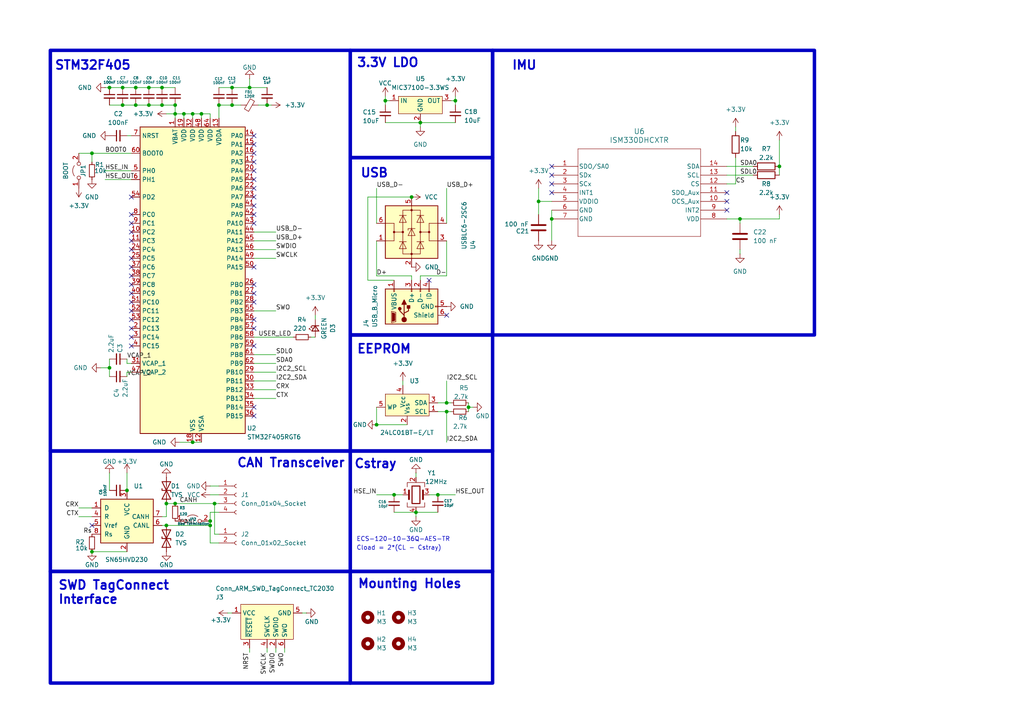
<source format=kicad_sch>
(kicad_sch (version 20231120) (generator "eeschema") (generator_version "8.0")
  (paper "A4")
  (lib_symbols
    (symbol "Connector:Conn_01x02_Socket" (pin_names (offset 1.016) hide)
      (property "Reference" "J" (at 0 2.54 0))
      (property "Value" "Conn_01x02_Socket" (at 0 -5.08 0))
      (symbol "Conn_01x02_Socket_1_1"
        (pin passive line (at -5.08 0 0) (length 3.81) (name "Pin_1") (number "1"))
        (pin passive line (at -5.08 -2.54 0) (length 3.81) (name "Pin_2") (number "2"))
      )
    )
    (symbol "Connector:Conn_01x04_Socket" (pin_names (offset 1.016) hide)
      (property "Reference" "J" (at 0 5.08 0))
      (property "Value" "Conn_01x04_Socket" (at 0 -7.62 0))
      (symbol "Conn_01x04_Socket_1_1"
        (pin passive line (at -5.08 2.54 0) (length 3.81) (name "Pin_1") (number "1"))
        (pin passive line (at -5.08 0 0) (length 3.81) (name "Pin_2") (number "2"))
        (pin passive line (at -5.08 -2.54 0) (length 3.81) (name "Pin_3") (number "3"))
        (pin passive line (at -5.08 -5.08 0) (length 3.81) (name "Pin_4") (number "4"))
      )
    )
    (symbol "Connector:Conn_ARM_SWD_TagConnect_TC2030" (in_bom no)
      (property "Reference" "J" (at 2.54 11.43 0))
      (property "Value" "Conn_ARM_SWD_TagConnect_TC2030" (at 5.08 8.89 0))
      (symbol "Conn_ARM_SWD_TagConnect_TC2030_0_0"
        (pin power_in line (at -2.54 10.16 270) (length 2.54) (name "VCC") (number "1"))
        (pin bidirectional line (at 7.62 -2.54 180) (length 2.54) (name "SWDIO") (number "2"))
        (pin open_collector line (at 7.62 5.08 180) (length 2.54) (name "~{RESET}") (number "3"))
        (pin output line (at 7.62 0 180) (length 2.54) (name "SWCLK") (number "4"))
        (pin power_in line (at -2.54 -10.16 90) (length 2.54) (name "GND") (number "5"))
        (pin input line (at 7.62 -5.08 180) (length 2.54) (name "SWO") (number "6"))
      )
    )
    (symbol "Connector:USB_B_Micro" (pin_names (offset 1.016))
      (property "Reference" "J" (at -5.08 11.43 0))
      (property "Value" "USB_B_Micro" (at -5.08 8.89 0))
      (symbol "USB_B_Micro_1_1"
        (pin power_out line (at 7.62 5.08 180) (length 2.54) (name "VBUS") (number "1"))
        (pin bidirectional line (at 7.62 -2.54 180) (length 2.54) (name "D-") (number "2"))
        (pin bidirectional line (at 7.62 0 180) (length 2.54) (name "D+") (number "3"))
        (pin passive line (at 7.62 -5.08 180) (length 2.54) (name "ID") (number "4"))
        (pin power_out line (at 0 -10.16 90) (length 2.54) (name "GND") (number "5"))
        (pin passive line (at -2.54 -10.16 90) (length 2.54) (name "Shield") (number "6"))
      )
    )
    (symbol "Device:C" (pin_numbers hide) (pin_names (offset 0.254))
      (property "Reference" "C" (at 0.635 2.54 0))
      (property "Value" "C" (at 0.635 -2.54 0))
      (symbol "C_1_1"
        (pin passive line (at 0 3.81 270) (length 2.794) (name "~") (number "1"))
        (pin passive line (at 0 -3.81 90) (length 2.794) (name "~") (number "2"))
      )
    )
    (symbol "Device:C_Small" (pin_numbers hide) (pin_names (offset 0.254) hide)
      (property "Reference" "C" (at 0.254 1.778 0))
      (property "Value" "C_Small" (at 0.254 -2.032 0))
      (symbol "C_Small_1_1"
        (pin passive line (at 0 2.54 270) (length 2.032) (name "~") (number "1"))
        (pin passive line (at 0 -2.54 90) (length 2.032) (name "~") (number "2"))
      )
    )
    (symbol "Device:Crystal_GND24" (pin_names (offset 1.016) hide)
      (property "Reference" "Y" (at 3.175 5.08 0))
      (property "Value" "Crystal_GND24" (at 3.175 3.175 0))
      (symbol "Crystal_GND24_1_1"
        (pin passive line (at -3.81 0 0) (length 1.27) (name "1") (number "1"))
        (pin passive line (at 0 5.08 270) (length 1.27) (name "2") (number "2"))
        (pin passive line (at 3.81 0 180) (length 1.27) (name "3") (number "3"))
        (pin passive line (at 0 -5.08 90) (length 1.27) (name "4") (number "4"))
      )
    )
    (symbol "Device:D_TVS" (pin_numbers hide) (pin_names (offset 1.016) hide)
      (property "Reference" "D" (at 0 2.54 0))
      (property "Value" "D_TVS" (at 0 -2.54 0))
      (symbol "D_TVS_1_1"
        (pin passive line (at -3.81 0 0) (length 2.54) (name "A1") (number "1"))
        (pin passive line (at 3.81 0 180) (length 2.54) (name "A2") (number "2"))
      )
    )
    (symbol "Device:FerriteBead_Small" (pin_numbers hide) (pin_names (offset 0))
      (property "Reference" "FB" (at 1.905 1.27 0))
      (property "Value" "FerriteBead_Small" (at 1.905 -1.27 0))
      (symbol "FerriteBead_Small_1_1"
        (pin passive line (at 0 2.54 270) (length 1.27) (name "~") (number "1"))
        (pin passive line (at 0 -2.54 90) (length 1.27) (name "~") (number "2"))
      )
    )
    (symbol "Device:LED_Small" (pin_numbers hide) (pin_names (offset 0.254) hide)
      (property "Reference" "D" (at -1.27 3.175 0))
      (property "Value" "LED_Small" (at -4.445 -2.54 0))
      (symbol "LED_Small_1_1"
        (pin passive line (at -2.54 0 0) (length 1.778) (name "K") (number "1"))
        (pin passive line (at 2.54 0 180) (length 1.778) (name "A") (number "2"))
      )
    )
    (symbol "Device:R" (pin_numbers hide) (pin_names (offset 0))
      (property "Reference" "R" (at 2.032 0 90))
      (property "Value" "R" (at 0 0 90))
      (symbol "R_1_1"
        (pin passive line (at 0 3.81 270) (length 1.27) (name "~") (number "1"))
        (pin passive line (at 0 -3.81 90) (length 1.27) (name "~") (number "2"))
      )
    )
    (symbol "Device:R_Small" (pin_numbers hide) (pin_names (offset 0.254) hide)
      (property "Reference" "R" (at 0.762 0.508 0))
      (property "Value" "R_Small" (at 0.762 -1.016 0))
      (symbol "R_Small_1_1"
        (pin passive line (at 0 2.54 270) (length 0.762) (name "~") (number "1"))
        (pin passive line (at 0 -2.54 90) (length 0.762) (name "~") (number "2"))
      )
    )
    (symbol "Interface_CAN_LIN:SN65HVD230" (pin_names (offset 1.016))
      (property "Reference" "U" (at -2.54 10.16 0))
      (property "Value" "SN65HVD230" (at -2.54 7.62 0))
      (symbol "SN65HVD230_1_1"
        (pin input line (at -10.16 2.54 0) (length 2.54) (name "D") (number "1"))
        (pin power_in line (at 0 -10.16 90) (length 2.54) (name "GND") (number "2"))
        (pin power_in line (at 0 7.62 270) (length 2.54) (name "VCC") (number "3"))
        (pin output line (at -10.16 0 0) (length 2.54) (name "R") (number "4"))
        (pin output line (at -10.16 -2.54 0) (length 2.54) (name "Vref") (number "5"))
        (pin bidirectional line (at 10.16 -2.54 180) (length 2.54) (name "CANL") (number "6"))
        (pin bidirectional line (at 10.16 0 180) (length 2.54) (name "CANH") (number "7"))
        (pin input line (at -10.16 -5.08 0) (length 2.54) (name "Rs") (number "8"))
      )
    )
    (symbol "Jumper:Jumper_2_Open" (pin_names (offset 0) hide)
      (property "Reference" "JP" (at 0 2.794 0))
      (property "Value" "Jumper_2_Open" (at 0 -2.286 0))
      (symbol "Jumper_2_Open_1_1"
        (pin passive line (at -5.08 0 0) (length 2.54) (name "A") (number "1"))
        (pin passive line (at 5.08 0 180) (length 2.54) (name "B") (number "2"))
      )
    )
    (symbol "Library:24LC01BT-x/LT"
      (property "Reference" "U" (at 5.08 1.27 0))
      (property "Value" "24LC01BT-x/LT" (at 10.16 -1.27 0))
      (symbol "24LC01BT-x/LT_1_1"
        (pin input line (at 8.89 -7.62 180) (length 2.54) (name "SCL") (number "1"))
        (pin power_in line (at 0 -11.43 90) (length 2.54) (name "Vss") (number "2"))
        (pin bidirectional line (at 8.89 -5.08 180) (length 2.54) (name "SDA") (number "3"))
        (pin power_in line (at -1.27 0 270) (length 2.54) (name "Vcc") (number "4"))
        (pin input line (at -8.89 -6.35 0) (length 2.54) (name "WP") (number "5"))
      )
    )
    (symbol "Library:MIC37100-3.3WS"
      (property "Reference" "U" (at 0 1.27 0))
      (property "Value" "MIC37100-3.3WS" (at 0 -1.27 0))
      (symbol "MIC37100-3.3WS_1_1"
        (pin power_in line (at -8.89 -3.81 0) (length 2.54) (name "IN") (number "1"))
        (pin power_in line (at 0 -10.16 90) (length 2.54) (name "GND") (number "2"))
        (pin power_out line (at 8.89 -3.81 180) (length 2.54) (name "OUT") (number "3"))
      )
    )
    (symbol "MCU_ST_STM32F4:STM32F405RGTx"
      (property "Reference" "U" (at -15.24 46.99 0))
      (property "Value" "STM32F405RGTx" (at 10.16 46.99 0))
      (symbol "STM32F405RGTx_1_1"
        (pin power_in line (at -5.08 48.26 270) (length 2.54) (name "VBAT") (number "1"))
        (pin bidirectional line (at -17.78 15.24 0) (length 2.54) (name "PC2") (number "10"))
        (pin bidirectional line (at -17.78 12.7 0) (length 2.54) (name "PC3") (number "11"))
        (pin power_in line (at 2.54 -45.72 90) (length 2.54) (name "VSSA") (number "12"))
        (pin power_in line (at 7.62 48.26 270) (length 2.54) (name "VDDA") (number "13"))
        (pin bidirectional line (at 17.78 43.18 180) (length 2.54) (name "PA0") (number "14"))
        (pin bidirectional line (at 17.78 40.64 180) (length 2.54) (name "PA1") (number "15"))
        (pin bidirectional line (at 17.78 38.1 180) (length 2.54) (name "PA2") (number "16"))
        (pin bidirectional line (at 17.78 35.56 180) (length 2.54) (name "PA3") (number "17"))
        (pin power_in line (at 0 -45.72 90) (length 2.54) (name "VSS") (number "18"))
        (pin power_in line (at -2.54 48.26 270) (length 2.54) (name "VDD") (number "19"))
        (pin bidirectional line (at -17.78 -12.7 0) (length 2.54) (name "PC13") (number "2"))
        (pin bidirectional line (at 17.78 33.02 180) (length 2.54) (name "PA4") (number "20"))
        (pin bidirectional line (at 17.78 30.48 180) (length 2.54) (name "PA5") (number "21"))
        (pin bidirectional line (at 17.78 27.94 180) (length 2.54) (name "PA6") (number "22"))
        (pin bidirectional line (at 17.78 25.4 180) (length 2.54) (name "PA7") (number "23"))
        (pin bidirectional line (at -17.78 10.16 0) (length 2.54) (name "PC4") (number "24"))
        (pin bidirectional line (at -17.78 7.62 0) (length 2.54) (name "PC5") (number "25"))
        (pin bidirectional line (at 17.78 0 180) (length 2.54) (name "PB0") (number "26"))
        (pin bidirectional line (at 17.78 -2.54 180) (length 2.54) (name "PB1") (number "27"))
        (pin bidirectional line (at 17.78 -5.08 180) (length 2.54) (name "PB2") (number "28"))
        (pin bidirectional line (at 17.78 -25.4 180) (length 2.54) (name "PB10") (number "29"))
        (pin bidirectional line (at -17.78 -15.24 0) (length 2.54) (name "PC14") (number "3"))
        (pin bidirectional line (at 17.78 -27.94 180) (length 2.54) (name "PB11") (number "30"))
        (pin power_out line (at -17.78 -22.86 0) (length 2.54) (name "VCAP_1") (number "31"))
        (pin power_in line (at 0 48.26 270) (length 2.54) (name "VDD") (number "32"))
        (pin bidirectional line (at 17.78 -30.48 180) (length 2.54) (name "PB12") (number "33"))
        (pin bidirectional line (at 17.78 -33.02 180) (length 2.54) (name "PB13") (number "34"))
        (pin bidirectional line (at 17.78 -35.56 180) (length 2.54) (name "PB14") (number "35"))
        (pin bidirectional line (at 17.78 -38.1 180) (length 2.54) (name "PB15") (number "36"))
        (pin bidirectional line (at -17.78 5.08 0) (length 2.54) (name "PC6") (number "37"))
        (pin bidirectional line (at -17.78 2.54 0) (length 2.54) (name "PC7") (number "38"))
        (pin bidirectional line (at -17.78 0 0) (length 2.54) (name "PC8") (number "39"))
        (pin bidirectional line (at -17.78 -17.78 0) (length 2.54) (name "PC15") (number "4"))
        (pin bidirectional line (at -17.78 -2.54 0) (length 2.54) (name "PC9") (number "40"))
        (pin bidirectional line (at 17.78 22.86 180) (length 2.54) (name "PA8") (number "41"))
        (pin bidirectional line (at 17.78 20.32 180) (length 2.54) (name "PA9") (number "42"))
        (pin bidirectional line (at 17.78 17.78 180) (length 2.54) (name "PA10") (number "43"))
        (pin bidirectional line (at 17.78 15.24 180) (length 2.54) (name "PA11") (number "44"))
        (pin bidirectional line (at 17.78 12.7 180) (length 2.54) (name "PA12") (number "45"))
        (pin bidirectional line (at 17.78 10.16 180) (length 2.54) (name "PA13") (number "46"))
        (pin power_out line (at -17.78 -25.4 0) (length 2.54) (name "VCAP_2") (number "47"))
        (pin power_in line (at 2.54 48.26 270) (length 2.54) (name "VDD") (number "48"))
        (pin bidirectional line (at 17.78 7.62 180) (length 2.54) (name "PA14") (number "49"))
        (pin bidirectional line (at -17.78 33.02 0) (length 2.54) (name "PH0") (number "5"))
        (pin bidirectional line (at 17.78 5.08 180) (length 2.54) (name "PA15") (number "50"))
        (pin bidirectional line (at -17.78 -5.08 0) (length 2.54) (name "PC10") (number "51"))
        (pin bidirectional line (at -17.78 -7.62 0) (length 2.54) (name "PC11") (number "52"))
        (pin bidirectional line (at -17.78 -10.16 0) (length 2.54) (name "PC12") (number "53"))
        (pin bidirectional line (at -17.78 25.4 0) (length 2.54) (name "PD2") (number "54"))
        (pin bidirectional line (at 17.78 -7.62 180) (length 2.54) (name "PB3") (number "55"))
        (pin bidirectional line (at 17.78 -10.16 180) (length 2.54) (name "PB4") (number "56"))
        (pin bidirectional line (at 17.78 -12.7 180) (length 2.54) (name "PB5") (number "57"))
        (pin bidirectional line (at 17.78 -15.24 180) (length 2.54) (name "PB6") (number "58"))
        (pin bidirectional line (at 17.78 -17.78 180) (length 2.54) (name "PB7") (number "59"))
        (pin bidirectional line (at -17.78 30.48 0) (length 2.54) (name "PH1") (number "6"))
        (pin input line (at -17.78 38.1 0) (length 2.54) (name "BOOT0") (number "60"))
        (pin bidirectional line (at 17.78 -20.32 180) (length 2.54) (name "PB8") (number "61"))
        (pin bidirectional line (at 17.78 -22.86 180) (length 2.54) (name "PB9") (number "62"))
        (pin passive line (at 0 -45.72 90) (length 2.54) hide (name "VSS") (number "63"))
        (pin power_in line (at 5.08 48.26 270) (length 2.54) (name "VDD") (number "64"))
        (pin input line (at -17.78 43.18 0) (length 2.54) (name "NRST") (number "7"))
        (pin bidirectional line (at -17.78 20.32 0) (length 2.54) (name "PC0") (number "8"))
        (pin bidirectional line (at -17.78 17.78 0) (length 2.54) (name "PC1") (number "9"))
      )
    )
    (symbol "Mechanical:MountingHole" (pin_names (offset 1.016))
      (property "Reference" "H" (at 0 5.08 0))
      (property "Value" "MountingHole" (at 0 3.175 0))
    )
    (symbol "Power_Protection:USBLC6-2SC6" (pin_names hide)
      (property "Reference" "U" (at 2.54 8.89 0))
      (property "Value" "USBLC6-2SC6" (at 2.54 -8.89 0))
      (symbol "USBLC6-2SC6_1_1"
        (pin passive line (at -10.16 -2.54 0) (length 2.54) (name "I/O1") (number "1"))
        (pin passive line (at 0 -10.16 90) (length 2.54) (name "GND") (number "2"))
        (pin passive line (at 10.16 -2.54 180) (length 2.54) (name "I/O2") (number "3"))
        (pin passive line (at 10.16 2.54 180) (length 2.54) (name "I/O2") (number "4"))
        (pin passive line (at 0 10.16 270) (length 2.54) (name "VBUS") (number "5"))
        (pin passive line (at -10.16 2.54 0) (length 2.54) (name "I/O1") (number "6"))
      )
    )
    (symbol "ism330dhcx:ISM330DHCXTR" (pin_names (offset 0.254))
      (property "Reference" "U" (at 25.4 10.16 0))
      (property "Value" "ISM330DHCXTR" (at 25.4 7.62 0))
      (symbol "ISM330DHCXTR_0_1"
        (pin unspecified line (at 0 0 0) (length 7.62) (name "SDO/SA0") (number "1"))
        (pin unspecified line (at 50.8 -10.16 180) (length 7.62) (name "OCS_Aux") (number "10"))
        (pin unspecified line (at 50.8 -7.62 180) (length 7.62) (name "SDO_Aux") (number "11"))
        (pin unspecified line (at 50.8 -5.08 180) (length 7.62) (name "CS") (number "12"))
        (pin unspecified line (at 50.8 -2.54 180) (length 7.62) (name "SCL") (number "13"))
        (pin unspecified line (at 50.8 0 180) (length 7.62) (name "SDA") (number "14"))
        (pin unspecified line (at 0 -2.54 0) (length 7.62) (name "SDx") (number "2"))
        (pin unspecified line (at 0 -5.08 0) (length 7.62) (name "SCx") (number "3"))
        (pin input line (at 0 -7.62 0) (length 7.62) (name "INT1") (number "4"))
        (pin power_in line (at 0 -10.16 0) (length 7.62) (name "VDDIO") (number "5"))
        (pin power_out line (at 0 -12.7 0) (length 7.62) (name "GND") (number "6"))
        (pin power_out line (at 0 -15.24 0) (length 7.62) (name "GND") (number "7"))
        (pin power_in line (at 50.8 -15.24 180) (length 7.62) (name "VDD") (number "8"))
        (pin input line (at 50.8 -12.7 180) (length 7.62) (name "INT2") (number "9"))
      )
    )
    (symbol "power:+3.3V" (power) (pin_names (offset 0))
      (property "Value" "+3.3V" (at 0 3.556 0))
      (symbol "+3.3V_1_1"
        (pin power_in line (at 0 0 90) (length 0) hide (name "+3.3V") (number "1"))
      )
    )
    (symbol "power:GND" (power) (pin_numbers hide) (pin_names (offset 0) hide)
      (property "Value" "GND" (at 0 -3.81 0))
      (symbol "GND_1_1"
        (pin power_in line (at 0 0 270) (length 0) (name "~") (number "1"))
      )
    )
    (symbol "power:VCC" (power) (pin_names (offset 0))
      (property "Value" "VCC" (at 0 3.81 0))
      (symbol "VCC_1_1"
        (pin power_in line (at 0 0 90) (length 0) hide (name "VCC") (number "1"))
      )
    )
  )
  (junction (at 132.08 29.21))
  (junction (at 46.99 30.48))
  (junction (at 127 143.51))
  (junction (at 67.31 25.4))
  (junction (at 26.67 44.45))
  (junction (at 36.83 142.24))
  (junction (at 120.65 148.59))
  (junction (at 60.96 152.4))
  (junction (at 35.56 25.4))
  (junction (at 26.67 160.02))
  (junction (at 35.56 30.48))
  (junction (at 31.75 25.4))
  (junction (at 111.76 29.21))
  (junction (at 50.8 146.05))
  (junction (at 43.18 30.48))
  (junction (at 160.02 63.5))
  (junction (at 50.8 30.48))
  (junction (at 214.63 63.5))
  (junction (at 121.92 35.56))
  (junction (at 39.37 30.48))
  (junction (at 55.88 128.27))
  (junction (at 63.5 30.48))
  (junction (at 60.96 151.13))
  (junction (at 55.88 33.02))
  (junction (at 114.3 143.51))
  (junction (at 43.18 25.4))
  (junction (at 46.99 25.4))
  (junction (at 129.54 119.38))
  (junction (at 72.39 25.4))
  (junction (at 48.26 152.4))
  (junction (at 31.75 106.68))
  (junction (at 58.42 33.02))
  (junction (at 67.31 30.48))
  (junction (at 53.34 33.02))
  (junction (at 156.21 58.42))
  (junction (at 129.54 116.84))
  (junction (at 77.47 30.48))
  (junction (at 119.38 57.15))
  (junction (at 62.23 146.05))
  (junction (at 50.8 33.02))
  (junction (at 109.22 123.19))
  (junction (at 39.37 25.4))
  (junction (at 135.89 118.11))
  (junction (at 226.06 48.26))
  (junction (at 48.26 146.05))
  (no_connect (at 38.1 69.85))
  (no_connect (at 38.1 77.47))
  (no_connect (at 73.66 95.25))
  (no_connect (at 73.66 54.61))
  (no_connect (at 210.82 55.88))
  (no_connect (at 38.1 87.63))
  (no_connect (at 38.1 85.09))
  (no_connect (at 73.66 44.45))
  (no_connect (at 160.02 53.34))
  (no_connect (at 38.1 62.23))
  (no_connect (at 73.66 52.07))
  (no_connect (at 124.46 81.28))
  (no_connect (at 38.1 97.79))
  (no_connect (at 38.1 72.39))
  (no_connect (at 73.66 57.15))
  (no_connect (at 73.66 46.99))
  (no_connect (at 73.66 85.09))
  (no_connect (at 210.82 60.96))
  (no_connect (at 38.1 64.77))
  (no_connect (at 73.66 64.77))
  (no_connect (at 73.66 92.71))
  (no_connect (at 38.1 80.01))
  (no_connect (at 38.1 90.17))
  (no_connect (at 38.1 74.93))
  (no_connect (at 38.1 82.55))
  (no_connect (at 73.66 62.23))
  (no_connect (at 38.1 67.31))
  (no_connect (at 160.02 48.26))
  (no_connect (at 38.1 95.25))
  (no_connect (at 73.66 59.69))
  (no_connect (at 210.82 58.42))
  (no_connect (at 73.66 49.53))
  (no_connect (at 160.02 55.88))
  (no_connect (at 38.1 92.71))
  (no_connect (at 160.02 50.8))
  (no_connect (at 73.66 118.11))
  (no_connect (at 73.66 82.55))
  (no_connect (at 73.66 39.37))
  (no_connect (at 73.66 120.65))
  (no_connect (at 129.54 91.44))
  (no_connect (at 73.66 41.91))
  (no_connect (at 38.1 57.15))
  (no_connect (at 73.66 100.33))
  (no_connect (at 73.66 77.47))
  (no_connect (at 38.1 100.33))
  (no_connect (at 73.66 87.63))
  (no_connect (at 26.67 152.4))
  (wire (pts (xy 55.88 33.02) (xy 53.34 33.02)))
  (wire (pts (xy 31.75 106.68) (xy 31.75 109.22)))
  (wire (pts (xy 160.02 63.5) (xy 160.02 69.85)))
  (wire (pts (xy 210.82 53.34) (xy 213.36 53.34)))
  (wire (pts (xy 109.22 69.85) (xy 109.22 80.01)))
  (wire (pts (xy 74.93 30.48) (xy 77.47 30.48)))
  (wire (pts (xy 67.31 25.4) (xy 72.39 25.4)))
  (wire (pts (xy 129.54 119.38) (xy 130.81 119.38)))
  (wire (pts (xy 63.5 30.48) (xy 63.5 34.29)))
  (wire (pts (xy 31.75 104.14) (xy 31.75 106.68)))
  (wire (pts (xy 36.83 105.41) (xy 38.1 105.41)))
  (wire (pts (xy 213.36 36.83) (xy 213.36 38.1)))
  (wire (pts (xy 129.54 110.49) (xy 129.54 116.84)))
  (wire (pts (xy 80.01 105.41) (xy 73.66 105.41)))
  (wire (pts (xy 129.54 80.01) (xy 129.54 69.85)))
  (wire (pts (xy 73.66 69.85) (xy 80.01 69.85)))
  (wire (pts (xy 129.54 116.84) (xy 127 116.84)))
  (wire (pts (xy 111.76 35.56) (xy 121.92 35.56)))
  (wire (pts (xy 55.88 34.29) (xy 55.88 33.02)))
  (wire (pts (xy 46.99 25.4) (xy 50.8 25.4)))
  (wire (pts (xy 62.23 154.94) (xy 63.5 154.94)))
  (wire (pts (xy 129.54 119.38) (xy 127 119.38)))
  (wire (pts (xy 30.48 49.53) (xy 38.1 49.53)))
  (wire (pts (xy 22.86 149.86) (xy 26.67 149.86)))
  (wire (pts (xy 31.75 137.16) (xy 31.75 142.24)))
  (wire (pts (xy 60.96 33.02) (xy 58.42 33.02)))
  (wire (pts (xy 80.01 189.23) (xy 80.01 187.96)))
  (wire (pts (xy 60.96 157.48) (xy 63.5 157.48)))
  (wire (pts (xy 114.3 148.59) (xy 120.65 148.59)))
  (wire (pts (xy 39.37 30.48) (xy 43.18 30.48)))
  (wire (pts (xy 55.88 33.02) (xy 58.42 33.02)))
  (wire (pts (xy 35.56 25.4) (xy 39.37 25.4)))
  (wire (pts (xy 60.96 140.97) (xy 63.5 140.97)))
  (wire (pts (xy 48.26 152.4) (xy 60.96 152.4)))
  (wire (pts (xy 63.5 25.4) (xy 67.31 25.4)))
  (wire (pts (xy 114.3 143.51) (xy 116.84 143.51)))
  (wire (pts (xy 121.92 36.83) (xy 121.92 35.56)))
  (wire (pts (xy 73.66 67.31) (xy 80.01 67.31)))
  (wire (pts (xy 135.89 116.84) (xy 135.89 118.11)))
  (wire (pts (xy 62.23 146.05) (xy 62.23 154.94)))
  (wire (pts (xy 26.67 46.99) (xy 26.67 44.45)))
  (wire (pts (xy 60.96 152.4) (xy 60.96 157.48)))
  (wire (pts (xy 111.76 29.21) (xy 113.03 29.21)))
  (wire (pts (xy 73.66 97.79) (xy 85.09 97.79)))
  (wire (pts (xy 135.89 118.11) (xy 137.16 118.11)))
  (wire (pts (xy 106.68 81.28) (xy 106.68 57.15)))
  (wire (pts (xy 72.39 25.4) (xy 77.47 25.4)))
  (wire (pts (xy 60.96 151.13) (xy 60.96 148.59)))
  (wire (pts (xy 60.96 151.13) (xy 60.96 152.4)))
  (wire (pts (xy 48.26 33.02) (xy 50.8 33.02)))
  (wire (pts (xy 62.23 146.05) (xy 63.5 146.05)))
  (wire (pts (xy 43.18 30.48) (xy 46.99 30.48)))
  (wire (pts (xy 226.06 48.26) (xy 226.06 50.8)))
  (wire (pts (xy 120.65 137.16) (xy 120.65 138.43)))
  (wire (pts (xy 31.75 25.4) (xy 35.56 25.4)))
  (wire (pts (xy 127 143.51) (xy 132.08 143.51)))
  (wire (pts (xy 36.83 104.14) (xy 36.83 105.41)))
  (wire (pts (xy 116.84 110.49) (xy 116.84 111.76)))
  (wire (pts (xy 80.01 102.87) (xy 73.66 102.87)))
  (wire (pts (xy 109.22 118.11) (xy 109.22 123.19)))
  (wire (pts (xy 50.8 33.02) (xy 53.34 33.02)))
  (wire (pts (xy 114.3 81.28) (xy 106.68 81.28)))
  (wire (pts (xy 109.22 54.61) (xy 109.22 64.77)))
  (wire (pts (xy 48.26 149.86) (xy 48.26 146.05)))
  (wire (pts (xy 132.08 29.21) (xy 132.08 30.48)))
  (wire (pts (xy 50.8 146.05) (xy 62.23 146.05)))
  (wire (pts (xy 91.44 91.44) (xy 91.44 92.71)))
  (wire (pts (xy 46.99 30.48) (xy 50.8 30.48)))
  (wire (pts (xy 119.38 80.01) (xy 119.38 81.28)))
  (wire (pts (xy 63.5 30.48) (xy 67.31 30.48)))
  (wire (pts (xy 156.21 54.61) (xy 156.21 58.42)))
  (wire (pts (xy 36.83 137.16) (xy 36.83 142.24)))
  (wire (pts (xy 82.55 189.23) (xy 82.55 187.96)))
  (wire (pts (xy 73.66 107.95) (xy 80.01 107.95)))
  (wire (pts (xy 214.63 72.39) (xy 214.63 73.66)))
  (wire (pts (xy 46.99 149.86) (xy 48.26 149.86)))
  (wire (pts (xy 132.08 27.94) (xy 132.08 29.21)))
  (wire (pts (xy 214.63 63.5) (xy 210.82 63.5)))
  (wire (pts (xy 67.31 30.48) (xy 69.85 30.48)))
  (wire (pts (xy 31.75 30.48) (xy 35.56 30.48)))
  (wire (pts (xy 91.44 97.79) (xy 90.17 97.79)))
  (wire (pts (xy 127 143.51) (xy 124.46 143.51)))
  (wire (pts (xy 210.82 48.26) (xy 218.44 48.26)))
  (wire (pts (xy 36.83 109.22) (xy 36.83 107.95)))
  (wire (pts (xy 87.63 177.8) (xy 88.9 177.8)))
  (wire (pts (xy 73.66 115.57) (xy 80.01 115.57)))
  (wire (pts (xy 130.81 29.21) (xy 132.08 29.21)))
  (wire (pts (xy 73.66 90.17) (xy 80.01 90.17)))
  (wire (pts (xy 129.54 128.27) (xy 129.54 119.38)))
  (wire (pts (xy 53.34 33.02) (xy 53.34 34.29)))
  (wire (pts (xy 73.66 110.49) (xy 80.01 110.49)))
  (wire (pts (xy 60.96 148.59) (xy 63.5 148.59)))
  (wire (pts (xy 50.8 30.48) (xy 50.8 33.02)))
  (wire (pts (xy 213.36 45.72) (xy 213.36 53.34)))
  (wire (pts (xy 226.06 40.64) (xy 226.06 48.26)))
  (wire (pts (xy 156.21 58.42) (xy 156.21 62.23)))
  (wire (pts (xy 22.86 147.32) (xy 26.67 147.32)))
  (wire (pts (xy 50.8 34.29) (xy 50.8 33.02)))
  (wire (pts (xy 210.82 50.8) (xy 218.44 50.8)))
  (wire (pts (xy 135.89 118.11) (xy 135.89 119.38)))
  (wire (pts (xy 160.02 60.96) (xy 160.02 63.5)))
  (wire (pts (xy 66.04 177.8) (xy 67.31 177.8)))
  (wire (pts (xy 48.26 146.05) (xy 50.8 146.05)))
  (wire (pts (xy 72.39 22.86) (xy 72.39 25.4)))
  (wire (pts (xy 129.54 54.61) (xy 129.54 64.77)))
  (wire (pts (xy 120.65 148.59) (xy 127 148.59)))
  (wire (pts (xy 26.67 44.45) (xy 38.1 44.45)))
  (wire (pts (xy 55.88 128.27) (xy 58.42 128.27)))
  (wire (pts (xy 35.56 30.48) (xy 39.37 30.48)))
  (wire (pts (xy 73.66 74.93) (xy 80.01 74.93)))
  (wire (pts (xy 226.06 62.23) (xy 226.06 63.5)))
  (wire (pts (xy 121.92 81.28) (xy 121.92 80.01)))
  (wire (pts (xy 46.99 152.4) (xy 48.26 152.4)))
  (wire (pts (xy 109.22 123.19) (xy 118.11 123.19)))
  (wire (pts (xy 121.92 80.01) (xy 129.54 80.01)))
  (wire (pts (xy 106.68 57.15) (xy 119.38 57.15)))
  (wire (pts (xy 60.96 143.51) (xy 63.5 143.51)))
  (wire (pts (xy 29.21 106.68) (xy 31.75 106.68)))
  (wire (pts (xy 121.92 35.56) (xy 132.08 35.56)))
  (wire (pts (xy 73.66 72.39) (xy 80.01 72.39)))
  (wire (pts (xy 30.48 25.4) (xy 31.75 25.4)))
  (wire (pts (xy 111.76 30.48) (xy 111.76 29.21)))
  (wire (pts (xy 43.18 25.4) (xy 46.99 25.4)))
  (wire (pts (xy 109.22 80.01) (xy 119.38 80.01)))
  (wire (pts (xy 72.39 189.23) (xy 72.39 187.96)))
  (wire (pts (xy 160.02 58.42) (xy 156.21 58.42)))
  (wire (pts (xy 30.48 52.07) (xy 38.1 52.07)))
  (wire (pts (xy 60.96 34.29) (xy 60.96 33.02)))
  (wire (pts (xy 214.63 63.5) (xy 226.06 63.5)))
  (wire (pts (xy 52.07 128.27) (xy 55.88 128.27)))
  (wire (pts (xy 58.42 34.29) (xy 58.42 33.02)))
  (wire (pts (xy 129.54 116.84) (xy 130.81 116.84)))
  (wire (pts (xy 26.67 160.02) (xy 36.83 160.02)))
  (wire (pts (xy 111.76 27.94) (xy 111.76 29.21)))
  (wire (pts (xy 80.01 113.03) (xy 73.66 113.03)))
  (wire (pts (xy 120.65 148.59) (xy 120.65 149.86)))
  (wire (pts (xy 109.22 143.51) (xy 114.3 143.51)))
  (wire (pts (xy 77.47 30.48) (xy 78.74 30.48)))
  (wire (pts (xy 36.83 107.95) (xy 38.1 107.95)))
  (wire (pts (xy 22.86 44.45) (xy 26.67 44.45)))
  (wire (pts (xy 39.37 25.4) (xy 43.18 25.4)))
  (wire (pts (xy 77.47 189.23) (xy 77.47 187.96)))
  (wire (pts (xy 214.63 64.77) (xy 214.63 63.5)))
  (wire (pts (xy 36.83 39.37) (xy 38.1 39.37)))
  (rectangle (start 14.605 130.81) (end 101.6 165.735) (stroke (width 1)))
  (rectangle (start 101.6 130.81) (end 142.875 165.735) (stroke (width 1)))
  (rectangle (start 101.6 165.735) (end 142.875 198.12) (stroke (width 1)))
  (rectangle (start 101.6 97.155) (end 142.875 130.81) (stroke (width 1)))
  (rectangle (start 14.605 14.605) (end 101.6 130.81) (stroke (width 1)))
  (rectangle (start 14.605 165.735) (end 101.6 198.12) (stroke (width 1)))
  (rectangle (start 101.6 14.605) (end 142.875 45.72) (stroke (width 1)))
  (rectangle (start 101.6 45.72) (end 142.875 97.155) (stroke (width 1)))
  (rectangle (start 142.875 14.605) (end 236.22 97.155) (stroke (width 1)))
  (text "EEPROM" (at 103.378 102.87 0) (effects (font (size 2.56 2.56) (thickness 0.512) (bold yes)) (justify left bottom)))
  (text "STM32F405" (at 15.748 20.574 0) (effects (font (size 2.56 2.56) (thickness 0.512) (bold yes)) (justify left bottom)))
  (text "Cload = 2*(CL - Cstray)" (at 103.378 159.766 0) (effects (font (size 1.27 1.27)) (justify left bottom)))
  (text "IMU" (at 148.336 20.574 0) (effects (font (size 2.56 2.56) (thickness 0.512) (bold yes)) (justify left bottom)))
  (text "Cstray" (at 102.616 136.144 0) (effects (font (size 2.56 2.56) (thickness 0.512) (bold yes)) (justify left bottom)))
  (text "SWD TagConnect\nInterface" (at 16.764 175.514 0) (effects (font (size 2.56 2.56) (thickness 0.512) (bold yes)) (justify left bottom)))
  (text "CAN Transceiver" (at 68.58 135.89 0) (effects (font (size 2.56 2.56) (thickness 0.512) (bold yes)) (justify left bottom)))
  (text "ECS-120-10-36Q-AES-TR" (at 103.378 157.226 0) (effects (font (size 1.27 1.27)) (justify left bottom)))
  (text "3.3V LDO" (at 103.378 19.812 0) (effects (font (size 2.56 2.56) (thickness 0.512) (bold yes)) (justify left bottom)))
  (text "USB" (at 104.394 51.816 0) (effects (font (size 2.56 2.56) (thickness 0.512) (bold yes)) (justify left bottom)))
  (text "Mounting Holes" (at 103.632 170.942 0) (effects (font (size 2.56 2.56) (thickness 0.512) (bold yes)) (justify left bottom)))
  (label "HSE_OUT" (at 132.08 143.51 0))
  (label "USER_LED" (at 74.93 97.79 0))
  (label "USB_D+" (at 80.01 69.85 0))
  (label "I2C2_SCL" (at 129.54 110.49 0))
  (label "CRX" (at 80.01 113.03 0))
  (label "SWDIO" (at 80.01 189.23 270))
  (label "SWO" (at 80.01 90.17 0))
  (label "HSE_OUT" (at 30.48 52.07 0))
  (label "CS" (at 213.36 53.34 0))
  (label "BOOT0" (at 30.48 44.45 0))
  (label "Rs" (at 26.67 154.94 180))
  (label "CTX" (at 22.86 149.86 180))
  (label "CANL" (at 52.07 152.4 0))
  (label "SDA0" (at 214.63 48.26 0))
  (label "SDL0" (at 80.01 102.87 0))
  (label "SWDIO" (at 80.01 72.39 0))
  (label "SWCLK" (at 80.01 74.93 0))
  (label "D-" (at 129.54 80.01 180))
  (label "USB_D-" (at 80.01 67.31 0))
  (label "NRST" (at 72.39 189.23 270))
  (label "VCAP_1" (at 36.83 104.14 0))
  (label "USB_D-" (at 109.22 54.61 0))
  (label "SWCLK" (at 77.47 189.23 270))
  (label "HSE_IN" (at 30.48 49.53 0))
  (label "D+" (at 109.22 80.01 0))
  (label "SWO" (at 82.55 189.23 270))
  (label "USB_D+" (at 129.54 54.61 0))
  (label "CTX" (at 80.01 115.57 0))
  (label "CRX" (at 22.86 147.32 180))
  (label "SDA0" (at 80.01 105.41 0))
  (label "VCAP_2" (at 36.83 109.22 0))
  (label "HSE_IN" (at 109.22 143.51 180))
  (label "I2C2_SCL" (at 80.01 107.95 0))
  (label "I2C2_SDA" (at 129.54 128.27 0))
  (label "I2C2_SDA" (at 80.01 110.49 0))
  (label "SDL0" (at 214.63 50.8 0))
  (label "CANH" (at 52.07 146.05 0))
  (symbol (lib_id "power:GND") (at 26.67 160.02 0) (unit 1)
    (property "Reference" "#PWR03" (effects (hide yes)))
    (property "Value" "GND" (at 26.67 163.83 0))
    (property "Description" "Power symbol creates a global label with name \"GND\" , ground" (effects (hide yes)))
  )
  (symbol (lib_id "Device:C_Small") (at 114.3 146.05 0) (unit 1)
    (property "Reference" "C16" (at 109.728 145.542 0) (effects (font (size 0.75 0.75)) (justify left)))
    (property "Value" "10pF" (at 109.728 146.812 0) (effects (font (size 0.75 0.75)) (justify left)))
    (property "Footprint" "Capacitor_SMD:C_0402_1005Metric" (effects (hide yes)))
  )
  (symbol (lib_id "power:GND") (at 214.63 73.66 0) (mirror y) (unit 1)
    (property "Reference" "#PWR038" (effects (hide yes)))
    (property "Value" "GND" (at 214.63 78.74 0))
    (property "Description" "Power symbol creates a global label with name \"GND\" , ground" (effects (hide yes)))
  )
  (symbol (lib_id "Device:C_Small") (at 43.18 27.94 0) (unit 1)
    (property "Reference" "C9" (at 42.418 22.606 0) (effects (font (size 0.75 0.75)) (justify left)))
    (property "Value" "100nF" (at 41.402 23.876 0) (effects (font (size 0.75 0.75)) (justify left)))
    (property "Footprint" "Capacitor_SMD:C_0402_1005Metric" (effects (hide yes)))
  )
  (symbol (lib_id "power:+3.3V") (at 78.74 30.48 270) (unit 1)
    (property "Reference" "#PWR017" (effects (hide yes)))
    (property "Value" "+3.3V" (at 82.55 30.4799 90) (effects (justify left)))
  )
  (symbol (lib_id "power:+3.3V") (at 48.26 33.02 90) (unit 1)
    (property "Reference" "#PWR09" (effects (hide yes)))
    (property "Value" "+3.3V" (at 44.45 33.0199 90) (effects (justify left)))
  )
  (symbol (lib_id "Device:C_Small") (at 111.76 33.02 0) (unit 1)
    (property "Reference" "C15" (at 105.156 32.512 0) (effects (justify left)))
    (property "Value" "10uF" (at 105.156 35.052 0) (effects (justify left)))
    (property "Footprint" "Capacitor_SMD:C_0805_2012Metric" (effects (hide yes)))
  )
  (symbol (lib_id "Device:C_Small") (at 50.8 27.94 0) (unit 1)
    (property "Reference" "C11" (at 50.038 22.606 0) (effects (font (size 0.75 0.75)) (justify left)))
    (property "Value" "100nF" (at 49.022 23.876 0) (effects (font (size 0.75 0.75)) (justify left)))
    (property "Footprint" "Capacitor_SMD:C_0402_1005Metric" (effects (hide yes)))
  )
  (symbol (lib_id "power:GND") (at 48.26 138.43 180) (unit 1)
    (property "Reference" "#PWR010" (effects (hide yes)))
    (property "Value" "GND" (at 48.26 134.62 0))
    (property "Description" "Power symbol creates a global label with name \"GND\" , ground" (effects (hide yes)))
  )
  (symbol (lib_id "Device:C") (at 156.21 66.04 0) (mirror x) (unit 1)
    (property "Reference" "C21" (at 149.606 67.056 0) (effects (justify left)))
    (property "Value" "100 nF" (at 146.304 65.024 0) (effects (justify left)))
    (property "Footprint" "Capacitor_SMD:C_0402_1005Metric" (effects (hide yes)))
  )
  (symbol (lib_id "power:GND") (at 119.38 77.47 90) (unit 1)
    (property "Reference" "#PWR024" (effects (hide yes)))
    (property "Value" "GND" (at 123.19 77.4699 90) (effects (justify right)))
    (property "Description" "Power symbol creates a global label with name \"GND\" , ground" (effects (hide yes)))
  )
  (symbol (lib_id "MCU_ST_STM32F4:STM32F405RGTx") (at 55.88 82.55 0) (unit 1)
    (property "Reference" "U2" (at 71.628 124.206 0) (effects (justify left)))
    (property "Value" "STM32F405RGT6" (at 71.628 126.746 0) (effects (justify left)))
    (property "Footprint" "Package_QFP:LQFP-64_10x10mm_P0.5mm" (effects (hide yes)))
    (property "Datasheet" "https://www.st.com/resource/en/datasheet/stm32f405rg.pdf" (effects (hide yes)))
  )
  (symbol (lib_id "power:+3.3V") (at 213.36 36.83 0) (unit 1)
    (property "Reference" "#PWR036" (effects (hide yes)))
    (property "Value" "+3.3V" (at 213.36 31.75 0))
  )
  (symbol (lib_id "power:GND") (at 31.75 137.16 180) (unit 1)
    (property "Reference" "#PWR07" (effects (hide yes)))
    (property "Value" "GND" (at 31.75 133.858 0))
    (property "Description" "Power symbol creates a global label with name \"GND\" , ground" (effects (hide yes)))
  )
  (symbol (lib_id "Device:C") (at 214.63 68.58 0) (unit 1)
    (property "Reference" "C22" (at 218.44 67.31 0) (effects (justify left)))
    (property "Value" "100 nF" (at 218.44 69.85 0) (effects (justify left)))
    (property "Footprint" "Capacitor_SMD:C_0402_1005Metric" (effects (hide yes)))
  )
  (symbol (lib_id "power:GND") (at 30.48 25.4 270) (unit 1)
    (property "Reference" "#PWR05" (effects (hide yes)))
    (property "Value" "GND" (at 26.67 25.3999 90) (effects (justify right)))
    (property "Description" "Power symbol creates a global label with name \"GND\" , ground" (effects (hide yes)))
  )
  (symbol (lib_id "Mechanical:MountingHole") (at 106.68 186.69 0) (unit 1)
    (property "Reference" "H2" (at 109.22 185.42 0) (effects (justify left)))
    (property "Value" "M3" (at 109.22 187.96 0) (effects (justify left)))
    (property "Footprint" "MountingHole:MountingHole_3.2mm_M3" (effects (hide yes)))
  )
  (symbol (lib_id "Jumper:Jumper_2_Open") (at 55.88 151.13 0) (unit 1)
    (property "Reference" "JP2" (at 55.88 150.622 0) (effects (font (size 0.75 0.75))))
    (property "Value" "Bus Termination" (at 56.134 151.892 0) (effects (font (size 0.75 0.75))))
    (property "Footprint" "Connector_PinHeader_2.54mm:PinHeader_1x02_P2.54mm_Vertical" (effects (hide yes)))
  )
  (symbol (lib_id "Device:C_Small") (at 67.31 27.94 0) (unit 1)
    (property "Reference" "C13" (at 66.04 22.7393 0) (effects (font (size 0.75 0.75)) (justify left)))
    (property "Value" "1uF" (at 66.294 23.876 0) (effects (font (size 0.75 0.75)) (justify left)))
    (property "Footprint" "Capacitor_SMD:C_0603_1608Metric" (effects (hide yes)))
  )
  (symbol (lib_id "Device:R_Small") (at 50.8 148.59 0) (unit 1)
    (property "Reference" "R3" (at 52.07 147.32 0) (effects (font (size 0.75 0.75)) (justify left)))
    (property "Value" "120" (at 52.07 149.098 0) (effects (font (size 0.75 0.75)) (justify left)))
    (property "Footprint" "Resistor_SMD:R_0603_1608Metric" (effects (hide yes)))
  )
  (symbol (lib_id "Connector:Conn_ARM_SWD_TagConnect_TC2030") (at 77.47 180.34 90) (mirror x) (unit 1) (in_bom no)
    (property "Reference" "J3" (at 62.484 173.228 90) (effects (justify right)))
    (property "Value" "Conn_ARM_SWD_TagConnect_TC2030" (at 62.484 170.688 90) (effects (justify right)))
    (property "Footprint" "Connector:Tag-Connect_TC2030-IDC-NL_2x03_P1.27mm_Vertical" (effects (hide yes)))
    (property "Datasheet" "https://www.tag-connect.com/wp-content/uploads/bsk-pdf-manager/TC2030-CTX_1.pdf" (effects (hide yes)))
  )
  (symbol (lib_id "power:+3.3V") (at 226.06 62.23 0) (unit 1)
    (property "Reference" "#PWR037" (effects (hide yes)))
    (property "Value" "+3.3V" (at 226.06 57.15 0))
  )
  (symbol (lib_id "power:GND") (at 60.96 140.97 270) (unit 1)
    (property "Reference" "#PWR013" (effects (hide yes)))
    (property "Value" "GND" (at 58.166 140.97 90) (effects (justify right)))
    (property "Description" "Power symbol creates a global label with name \"GND\" , ground" (effects (hide yes)))
  )
  (symbol (lib_id "power:+3.3V") (at 36.83 137.16 0) (unit 1)
    (property "Reference" "#PWR08" (effects (hide yes)))
    (property "Value" "+3.3V" (at 36.83 133.858 0))
  )
  (symbol (lib_id "power:+3.3V") (at 22.86 54.61 180) (unit 1)
    (property "Reference" "#PWR01" (effects (hide yes)))
    (property "Value" "+3.3V" (at 22.86 59.69 0))
  )
  (symbol (lib_id "Device:C_Small") (at 132.08 33.02 0) (unit 1)
    (property "Reference" "C18" (at 134.62 32.3913 0) (effects (justify left)))
    (property "Value" "10uF" (at 134.62 34.9313 0) (effects (justify left)))
    (property "Footprint" "Capacitor_SMD:C_0805_2012Metric" (effects (hide yes)))
  )
  (symbol (lib_id "Library:MIC37100-3.3WS") (at 121.92 25.4 0) (unit 1)
    (property "Reference" "U5" (at 121.92 22.86 0))
    (property "Value" "MIC37100-3.3WS" (at 121.92 25.4 0))
    (property "Footprint" "Package_TO_SOT_SMD:SOT-223-3_TabPin2" (effects (hide yes)))
  )
  (symbol (lib_id "Device:C_Small") (at 31.75 27.94 0) (unit 1)
    (property "Reference" "C1" (at 30.988 22.606 0) (effects (font (size 0.75 0.75)) (justify left)))
    (property "Value" "100nF" (at 29.972 23.876 0) (effects (font (size 0.75 0.75)) (justify left)))
    (property "Footprint" "Capacitor_SMD:C_0402_1005Metric" (effects (hide yes)))
  )
  (symbol (lib_id "power:+3.3V") (at 132.08 27.94 0) (unit 1)
    (property "Reference" "#PWR029" (effects (hide yes)))
    (property "Value" "+3.3V" (at 132.08 22.86 0))
  )
  (symbol (lib_id "Device:C_Small") (at 39.37 27.94 0) (unit 1)
    (property "Reference" "C8" (at 38.608 22.606 0) (effects (font (size 0.75 0.75)) (justify left)))
    (property "Value" "100nF" (at 37.592 23.876 0) (effects (font (size 0.75 0.75)) (justify left)))
    (property "Footprint" "Capacitor_SMD:C_0402_1005Metric" (effects (hide yes)))
  )
  (symbol (lib_id "Device:R_Small") (at 26.67 157.48 0) (unit 1)
    (property "Reference" "R2" (at 21.844 157.226 0) (effects (justify left)))
    (property "Value" "10k" (at 21.844 159.004 0) (effects (justify left)))
    (property "Footprint" "Resistor_SMD:R_0805_2012Metric" (effects (hide yes)))
  )
  (symbol (lib_id "Power_Protection:USBLC6-2SC6") (at 119.38 67.31 0) (unit 1)
    (property "Reference" "U4" (at 137.16 72.39 90) (effects (justify left)))
    (property "Value" "USBLC6-2SC6" (at 134.62 72.39 90) (effects (justify left)))
    (property "Footprint" "Package_TO_SOT_SMD:SOT-23-6" (effects (hide yes)))
    (property "Datasheet" "https://www.st.com/resource/en/datasheet/usblc6-2.pdf" (effects (hide yes)))
  )
  (symbol (lib_id "Device:C_Small") (at 35.56 27.94 0) (unit 1)
    (property "Reference" "C7" (at 34.798 22.606 0) (effects (font (size 0.75 0.75)) (justify left)))
    (property "Value" "100nF" (at 33.782 23.876 0) (effects (font (size 0.75 0.75)) (justify left)))
    (property "Footprint" "Capacitor_SMD:C_0402_1005Metric" (effects (hide yes)))
  )
  (symbol (lib_id "Device:R_Small") (at 87.63 97.79 270) (unit 1)
    (property "Reference" "R4" (at 88.9 92.71 90) (effects (justify right)))
    (property "Value" "220" (at 88.9 95.25 90) (effects (justify right)))
    (property "Footprint" "Resistor_SMD:R_0805_2012Metric" (effects (hide yes)))
  )
  (symbol (lib_id "Device:R_Small") (at 133.35 119.38 90) (unit 1)
    (property "Reference" "R6" (at 135.636 121.158 90) (effects (justify left)))
    (property "Value" "2.7k" (at 135.636 123.698 90) (effects (justify left)))
    (property "Footprint" "Resistor_SMD:R_0603_1608Metric" (effects (hide yes)))
  )
  (symbol (lib_id "Device:D_TVS") (at 48.26 156.21 90) (unit 1)
    (property "Reference" "D2" (at 50.8 154.94 90) (effects (justify right)))
    (property "Value" "TVS" (at 50.8 157.48 90) (effects (justify right)))
    (property "Footprint" "Library:SOD-123FL" (effects (hide yes)))
  )
  (symbol (lib_id "Device:R") (at 222.25 48.26 90) (unit 1)
    (property "Reference" "R7" (at 222.25 43.18 90))
    (property "Value" "2.2k" (at 222.25 45.72 90))
    (property "Footprint" "Resistor_SMD:R_0603_1608Metric" (effects (hide yes)))
  )
  (symbol (lib_id "power:GND") (at 121.92 36.83 0) (unit 1)
    (property "Reference" "#PWR027" (effects (hide yes)))
    (property "Value" "GND" (at 121.92 41.91 0))
    (property "Description" "Power symbol creates a global label with name \"GND\" , ground" (effects (hide yes)))
  )
  (symbol (lib_id "Mechanical:MountingHole") (at 106.68 179.07 0) (unit 1)
    (property "Reference" "H1" (at 109.22 177.8 0) (effects (justify left)))
    (property "Value" "M3" (at 109.22 180.34 0) (effects (justify left)))
    (property "Footprint" "MountingHole:MountingHole_3.2mm_M3" (effects (hide yes)))
  )
  (symbol (lib_id "power:GND") (at 160.02 69.85 0) (unit 1)
    (property "Reference" "#PWR031" (effects (hide yes)))
    (property "Value" "GND" (at 160.02 74.93 0))
    (property "Description" "Power symbol creates a global label with name \"GND\" , ground" (effects (hide yes)))
  )
  (symbol (lib_id "Device:R") (at 213.36 41.91 0) (unit 1)
    (property "Reference" "R9" (at 214.63 40.64 0) (effects (justify left)))
    (property "Value" "10k" (at 214.63 43.18 0) (effects (justify left)))
    (property "Footprint" "Resistor_SMD:R_0805_2012Metric" (effects (hide yes)))
  )
  (symbol (lib_id "power:GND") (at 88.9 177.8 90) (unit 1)
    (property "Reference" "#PWR018" (effects (hide yes)))
    (property "Value" "GND" (at 90.424 180.34 90))
  )
  (symbol (lib_id "Device:C_Small") (at 46.99 27.94 0) (unit 1)
    (property "Reference" "C10" (at 46.228 22.606 0) (effects (font (size 0.75 0.75)) (justify left)))
    (property "Value" "100nF" (at 45.212 23.876 0) (effects (font (size 0.75 0.75)) (justify left)))
    (property "Footprint" "Capacitor_SMD:C_0402_1005Metric" (effects (hide yes)))
  )
  (symbol (lib_id "power:VCC") (at 119.38 57.15 270) (unit 1)
    (property "Reference" "#PWR023" (effects (hide yes)))
    (property "Value" "VCC" (at 123.19 57.1499 90) (effects (justify left)))
  )
  (symbol (lib_id "Device:C_Small") (at 34.29 39.37 90) (unit 1)
    (property "Reference" "C2" (at 34.2963 33.02 90))
    (property "Value" "100nF" (at 34.2963 35.56 90))
    (property "Footprint" "Capacitor_SMD:C_0402_1005Metric" (effects (hide yes)))
  )
  (symbol (lib_id "power:GND") (at 129.54 88.9 90) (unit 1)
    (property "Reference" "#PWR028" (effects (hide yes)))
    (property "Value" "GND" (at 133.35 88.8999 90) (effects (justify right)))
    (property "Description" "Power symbol creates a global label with name \"GND\" , ground" (effects (hide yes)))
  )
  (symbol (lib_id "power:+3.3V") (at 91.44 91.44 0) (unit 1)
    (property "Reference" "#PWR019" (effects (hide yes)))
    (property "Value" "+3.3V" (at 91.44 86.36 0))
  )
  (symbol (lib_id "Connector:Conn_01x02_Socket") (at 68.58 154.94 0) (unit 1)
    (property "Reference" "J2" (at 69.85 154.9399 0) (effects (justify left)))
    (property "Value" "Conn_01x02_Socket" (at 69.85 157.4799 0) (effects (justify left)))
    (property "Description" "Generic connector, single row, 01x02, script generated" (effects (hide yes)))
  )
  (symbol (lib_id "Jumper:Jumper_2_Open") (at 22.86 49.53 90) (unit 1)
    (property "Reference" "JP1" (at 24.13 49.53 0))
    (property "Value" "BOOT" (at 19.05 49.53 0))
    (property "Footprint" "Connector_PinHeader_2.54mm:PinHeader_1x02_P2.54mm_Vertical" (effects (hide yes)))
  )
  (symbol (lib_id "power:GND") (at 156.21 69.85 0) (unit 1)
    (property "Reference" "#PWR032" (effects (hide yes)))
    (property "Value" "GND" (at 156.21 74.93 0))
    (property "Description" "Power symbol creates a global label with name \"GND\" , ground" (effects (hide yes)))
  )
  (symbol (lib_id "Device:D_TVS") (at 48.26 142.24 90) (unit 1)
    (property "Reference" "D1" (at 49.53 140.97 90) (effects (justify right)))
    (property "Value" "TVS" (at 49.53 143.51 90) (effects (justify right)))
    (property "Footprint" "Library:SOD-123FL" (effects (hide yes)))
  )
  (symbol (lib_id "Library:24LC01BT-x/LT") (at 118.11 111.76 0) (unit 1)
    (property "Reference" "U3" (at 118.7959 110.49 0) (effects (justify left)))
    (property "Value" "24LC01BT-E/LT" (at 110.236 125.476 0) (effects (justify left)))
    (property "Footprint" "Library:SC-70-5" (effects (hide yes)))
  )
  (symbol (lib_id "power:GND") (at 120.65 149.86 0) (unit 1)
    (property "Reference" "#PWR026" (effects (hide yes)))
    (property "Value" "GND" (at 120.65 153.67 0))
  )
  (symbol (lib_id "Device:C_Small") (at 34.29 109.22 90) (unit 1)
    (property "Reference" "C4" (at 33.782 115.316 0) (effects (justify left)))
    (property "Value" "2.2uF" (at 36.322 115.316 0) (effects (justify left)))
    (property "Footprint" "Capacitor_SMD:C_0603_1608Metric" (effects (hide yes)))
  )
  (symbol (lib_id "power:GND") (at 26.67 52.07 0) (unit 1)
    (property "Reference" "#PWR02" (effects (hide yes)))
    (property "Value" "GND" (at 26.67 57.15 0))
    (property "Description" "Power symbol creates a global label with name \"GND\" , ground" (effects (hide yes)))
  )
  (symbol (lib_id "Device:C_Small") (at 34.29 104.14 270) (mirror x) (unit 1)
    (property "Reference" "C3" (at 34.798 102.362 0) (effects (justify left)))
    (property "Value" "2.2uF" (at 32.258 102.362 0) (effects (justify left)))
    (property "Footprint" "Capacitor_SMD:C_0603_1608Metric" (effects (hide yes)))
  )
  (symbol (lib_id "power:+3.3V") (at 226.06 40.64 0) (unit 1)
    (property "Reference" "#PWR035" (effects (hide yes)))
    (property "Value" "+3.3V" (at 226.06 35.56 0))
  )
  (symbol (lib_id "power:GND") (at 48.26 160.02 0) (unit 1)
    (property "Reference" "#PWR011" (effects (hide yes)))
    (property "Value" "GND" (at 48.26 163.83 0))
    (property "Description" "Power symbol creates a global label with name \"GND\" , ground" (effects (hide yes)))
  )
  (symbol (lib_id "Device:R_Small") (at 26.67 49.53 0) (mirror x) (unit 1)
    (property "Reference" "R1" (at 30.226 47.752 0) (effects (justify right)))
    (property "Value" "10k" (at 30.988 49.53 0) (effects (justify right)))
    (property "Footprint" "Resistor_SMD:R_0805_2012Metric" (effects (hide yes)))
  )
  (symbol (lib_id "Device:R") (at 222.25 50.8 90) (unit 1)
    (property "Reference" "R8" (at 222.25 53.34 90))
    (property "Value" "2.2k" (at 222.25 55.88 90))
    (property "Footprint" "Resistor_SMD:R_0603_1608Metric" (effects (hide yes)))
  )
  (symbol (lib_id "power:GND") (at 52.07 128.27 270) (unit 1)
    (property "Reference" "#PWR012" (effects (hide yes)))
    (property "Value" "GND" (at 48.26 128.2699 90) (effects (justify right)))
    (property "Description" "Power symbol creates a global label with name \"GND\" , ground" (effects (hide yes)))
  )
  (symbol (lib_id "power:GND") (at 120.65 137.16 180) (unit 1)
    (property "Reference" "#PWR025" (effects (hide yes)))
    (property "Value" "GND" (at 120.65 133.35 0))
  )
  (symbol (lib_id "Connector:USB_B_Micro") (at 119.38 88.9 90) (unit 1)
    (property "Reference" "J4" (at 106.172 94.996 0) (effects (justify left)))
    (property "Value" "USB_B_Micro" (at 108.712 94.996 0) (effects (justify left)))
    (property "Description" "USB Micro Type B connector" (effects (hide yes)))
  )
  (symbol (lib_id "Mechanical:MountingHole") (at 115.57 186.69 0) (unit 1)
    (property "Reference" "H4" (at 118.11 185.42 0) (effects (justify left)))
    (property "Value" "M3" (at 118.11 187.96 0) (effects (justify left)))
    (property "Footprint" "MountingHole:MountingHole_3.2mm_M3" (effects (hide yes)))
  )
  (symbol (lib_id "Device:C_Small") (at 127 146.05 0) (unit 1)
    (property "Reference" "C17" (at 128.778 145.288 0) (effects (font (size 0.75 0.75)) (justify left)))
    (property "Value" "10pF" (at 128.778 146.558 0) (effects (font (size 0.75 0.75)) (justify left)))
    (property "Footprint" "Capacitor_SMD:C_0402_1005Metric" (effects (hide yes)))
  )
  (symbol (lib_id "Device:FerriteBead_Small") (at 72.39 30.48 90) (unit 1)
    (property "Reference" "FB1" (at 72.136 26.67 90) (effects (font (size 0.75 0.75))))
    (property "Value" "120R" (at 72.3519 27.94 90) (effects (font (size 0.75 0.75))))
    (property "Footprint" "Inductor_SMD:L_0603_1608Metric" (effects (hide yes)))
  )
  (symbol (lib_id "Device:R_Small") (at 133.35 116.84 90) (unit 1)
    (property "Reference" "R5" (at 135.89 112.522 90) (effects (justify left)))
    (property "Value" "2.7k" (at 135.89 115.062 90) (effects (justify left)))
    (property "Footprint" "Resistor_SMD:R_0603_1608Metric" (effects (hide yes)))
  )
  (symbol (lib_id "Connector:Conn_01x04_Socket") (at 68.58 143.51 0) (unit 1)
    (property "Reference" "J1" (at 69.85 143.5099 0) (effects (justify left)))
    (property "Value" "Conn_01x04_Socket" (at 69.85 146.0499 0) (effects (justify left)))
    (property "Description" "Generic connector, single row, 01x04, script generated" (effects (hide yes)))
  )
  (symbol (lib_id "power:GND") (at 137.16 118.11 90) (unit 1)
    (property "Reference" "#PWR030" (effects (hide yes)))
    (property "Value" "GND" (at 137.922 120.65 90) (effects (justify right)))
    (property "Description" "Power symbol creates a global label with name \"GND\" , ground" (effects (hide yes)))
  )
  (symbol (lib_id "power:GND") (at 31.75 39.37 270) (unit 1)
    (property "Reference" "#PWR06" (effects (hide yes)))
    (property "Value" "GND" (at 27.94 39.3699 90) (effects (justify right)))
    (property "Description" "Power symbol creates a global label with name \"GND\" , ground" (effects (hide yes)))
  )
  (symbol (lib_id "Device:LED_Small") (at 91.44 95.25 90) (mirror x) (unit 1)
    (property "Reference" "D3" (at 96.52 95.25 0))
    (property "Value" "GREEN" (at 93.98 95.25 0))
    (property "Footprint" "LED_SMD:LED_0805_2012Metric" (effects (hide yes)))
  )
  (symbol (lib_id "power:GND") (at 109.22 123.19 270) (unit 1)
    (property "Reference" "#PWR020" (effects (hide yes)))
    (property "Value" "GND" (at 106.426 123.19 90) (effects (justify right)))
    (property "Description" "Power symbol creates a global label with name \"GND\" , ground" (effects (hide yes)))
  )
  (symbol (lib_id "power:GND") (at 72.39 22.86 180) (unit 1)
    (property "Reference" "#PWR016" (effects (hide yes)))
    (property "Value" "GND" (at 72.39 19.558 0))
    (property "Description" "Power symbol creates a global label with name \"GND\" , ground" (effects (hide yes)))
  )
  (symbol (lib_id "power:VCC") (at 60.96 143.51 90) (unit 1)
    (property "Reference" "#PWR014" (effects (hide yes)))
    (property "Value" "VCC" (at 58.166 143.51 90) (effects (justify left)))
  )
  (symbol (lib_id "power:VCC") (at 111.76 27.94 0) (unit 1)
    (property "Reference" "#PWR021" (effects (hide yes)))
    (property "Value" "VCC" (at 111.76 24.13 0))
  )
  (symbol (lib_id "power:+3.3V") (at 156.21 54.61 0) (unit 1)
    (property "Reference" "#PWR034" (effects (hide yes)))
    (property "Value" "+3.3V" (at 156.21 49.53 0))
  )
  (symbol (lib_id "Device:C_Small") (at 63.5 27.94 0) (unit 1)
    (property "Reference" "C12" (at 62.23 22.86 0) (effects (font (size 0.75 0.75)) (justify left)))
    (property "Value" "100nF" (at 61.722 23.9967 0) (effects (font (size 0.75 0.75)) (justify left)))
    (property "Footprint" "Capacitor_SMD:C_0402_1005Metric" (effects (hide yes)))
  )
  (symbol (lib_id "Device:Crystal_GND24") (at 120.65 143.51 0) (unit 1)
    (property "Reference" "Y1" (at 125.222 137.16 0))
    (property "Value" "12MHz" (at 126.492 139.7 0))
    (property "Footprint" "Crystal:Crystal_SMD_2520-4Pin_2.5x2.0mm" (effects (hide yes)))
  )
  (symbol (lib_id "ism330dhcx:ISM330DHCXTR") (at 160.02 48.26 0) (unit 1)
    (property "Reference" "U6" (at 185.42 38.1 0) (effects (font (size 1.524 1.524))))
    (property "Value" "ISM330DHCXTR" (at 185.42 40.64 0) (effects (font (size 1.524 1.524))))
    (property "Footprint" "ISM330DHCX:LGA-14L" (effects (hide yes)))
    (property "Datasheet" "ISM330DHCXTR" (effects (hide yes)))
  )
  (symbol (lib_id "Interface_CAN_LIN:SN65HVD230") (at 36.83 149.86 0) (unit 1)
    (property "Reference" "U1" (at 38.7859 140.97 0) (effects (justify left)))
    (property "Value" "SN65HVD230" (at 30.48 162.306 0) (effects (justify left)))
    (property "Footprint" "Package_SO:SOIC-8_3.9x4.9mm_P1.27mm" (effects (hide yes)))
    (property "Datasheet" "http://www.ti.com/lit/ds/symlink/sn65hvd230.pdf" (effects (hide yes)))
  )
  (symbol (lib_id "Device:C_Small") (at 34.29 142.24 90) (unit 1)
    (property "Reference" "C6" (at 29.21 143.51 0) (effects (font (size 0.75 0.75)) (justify left)))
    (property "Value" "100nF" (at 30.48 144.018 0) (effects (font (size 0.75 0.75)) (justify left)))
    (property "Footprint" "Capacitor_SMD:C_0402_1005Metric" (effects (hide yes)))
  )
  (symbol (lib_id "power:GND") (at 29.21 106.68 270) (unit 1)
    (property "Reference" "#PWR04" (effects (hide yes)))
    (property "Value" "GND" (at 25.4 106.6799 90) (effects (justify right)))
    (property "Description" "Power symbol creates a global label with name \"GND\" , ground" (effects (hide yes)))
  )
  (symbol (lib_id "power:+3.3V") (at 116.84 110.49 0) (unit 1)
    (property "Reference" "#PWR022" (effects (hide yes)))
    (property "Value" "+3.3V" (at 116.84 105.41 0))
  )
  (symbol (lib_id "power:+3.3V") (at 66.04 177.8 90) (unit 1)
    (property "Reference" "#PWR015" (effects (hide yes)))
    (property "Value" "+3.3V" (at 64.008 179.832 90))
  )
  (symbol (lib_id "Device:C_Small") (at 77.47 27.94 0) (unit 1)
    (property "Reference" "C14" (at 76.2 22.7393 0) (effects (font (size 0.75 0.75)) (justify left)))
    (property "Value" "1uF" (at 76.454 23.876 0) (effects (font (size 0.75 0.75)) (justify left)))
    (property "Footprint" "Capacitor_SMD:C_0603_1608Metric" (effects (hide yes)))
  )
  (symbol (lib_id "Mechanical:MountingHole") (at 115.57 179.07 0) (unit 1)
    (property "Reference" "H3" (at 118.11 177.8 0) (effects (justify left)))
    (property "Value" "M3" (at 118.11 180.34 0) (effects (justify left)))
    (property "Footprint" "MountingHole:MountingHole_3.2mm_M3" (effects (hide yes)))
  )
)
</source>
